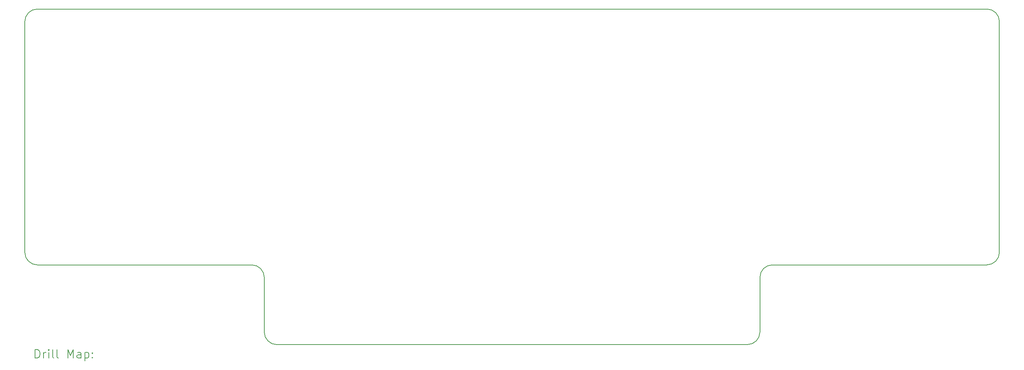
<source format=gbr>
%TF.GenerationSoftware,KiCad,Pcbnew,6.0.7*%
%TF.CreationDate,2022-09-06T10:41:23+02:00*%
%TF.ProjectId,box_o_alps,626f785f-6f5f-4616-9c70-732e6b696361,rev?*%
%TF.SameCoordinates,Original*%
%TF.FileFunction,Drillmap*%
%TF.FilePolarity,Positive*%
%FSLAX45Y45*%
G04 Gerber Fmt 4.5, Leading zero omitted, Abs format (unit mm)*
G04 Created by KiCad (PCBNEW 6.0.7) date 2022-09-06 10:41:23*
%MOMM*%
%LPD*%
G01*
G04 APERTURE LIST*
%ADD10C,0.200000*%
G04 APERTURE END LIST*
D10*
X25320500Y-2433000D02*
G75*
G03*
X25020500Y-2133000I-300000J0D01*
G01*
X2300500Y-2133000D02*
X25020500Y-2133000D01*
X2300500Y-2133000D02*
G75*
G03*
X2000500Y-2433000I0J-300000D01*
G01*
X2000500Y-7963000D02*
X2000500Y-2433000D01*
X2000500Y-7963000D02*
G75*
G03*
X2300500Y-8263000I300000J0D01*
G01*
X7430500Y-8263000D02*
X2300500Y-8263000D01*
X7730500Y-8563000D02*
G75*
G03*
X7430500Y-8263000I-300000J0D01*
G01*
X7730500Y-9873000D02*
X7730500Y-8563000D01*
X7730500Y-9873000D02*
G75*
G03*
X8030500Y-10173000I300000J0D01*
G01*
X19290500Y-10173000D02*
X8030500Y-10173000D01*
X19290500Y-10173000D02*
G75*
G03*
X19590500Y-9873000I0J300000D01*
G01*
X19590500Y-8563000D02*
X19590500Y-9873000D01*
X19890500Y-8263000D02*
G75*
G03*
X19590500Y-8563000I0J-300000D01*
G01*
X25020500Y-8263000D02*
X19890500Y-8263000D01*
X25020500Y-8263000D02*
G75*
G03*
X25320500Y-7963000I0J300000D01*
G01*
X25320500Y-2433000D02*
X25320500Y-7963000D01*
X2248119Y-10493476D02*
X2248119Y-10293476D01*
X2295738Y-10293476D01*
X2324310Y-10303000D01*
X2343357Y-10322048D01*
X2352881Y-10341095D01*
X2362405Y-10379190D01*
X2362405Y-10407762D01*
X2352881Y-10445857D01*
X2343357Y-10464905D01*
X2324310Y-10483952D01*
X2295738Y-10493476D01*
X2248119Y-10493476D01*
X2448119Y-10493476D02*
X2448119Y-10360143D01*
X2448119Y-10398238D02*
X2457643Y-10379190D01*
X2467167Y-10369667D01*
X2486214Y-10360143D01*
X2505262Y-10360143D01*
X2571929Y-10493476D02*
X2571929Y-10360143D01*
X2571929Y-10293476D02*
X2562405Y-10303000D01*
X2571929Y-10312524D01*
X2581452Y-10303000D01*
X2571929Y-10293476D01*
X2571929Y-10312524D01*
X2695738Y-10493476D02*
X2676690Y-10483952D01*
X2667167Y-10464905D01*
X2667167Y-10293476D01*
X2800500Y-10493476D02*
X2781452Y-10483952D01*
X2771929Y-10464905D01*
X2771929Y-10293476D01*
X3029071Y-10493476D02*
X3029071Y-10293476D01*
X3095738Y-10436333D01*
X3162405Y-10293476D01*
X3162405Y-10493476D01*
X3343357Y-10493476D02*
X3343357Y-10388714D01*
X3333833Y-10369667D01*
X3314786Y-10360143D01*
X3276690Y-10360143D01*
X3257643Y-10369667D01*
X3343357Y-10483952D02*
X3324309Y-10493476D01*
X3276690Y-10493476D01*
X3257643Y-10483952D01*
X3248119Y-10464905D01*
X3248119Y-10445857D01*
X3257643Y-10426810D01*
X3276690Y-10417286D01*
X3324309Y-10417286D01*
X3343357Y-10407762D01*
X3438595Y-10360143D02*
X3438595Y-10560143D01*
X3438595Y-10369667D02*
X3457643Y-10360143D01*
X3495738Y-10360143D01*
X3514786Y-10369667D01*
X3524309Y-10379190D01*
X3533833Y-10398238D01*
X3533833Y-10455381D01*
X3524309Y-10474429D01*
X3514786Y-10483952D01*
X3495738Y-10493476D01*
X3457643Y-10493476D01*
X3438595Y-10483952D01*
X3619548Y-10474429D02*
X3629071Y-10483952D01*
X3619548Y-10493476D01*
X3610024Y-10483952D01*
X3619548Y-10474429D01*
X3619548Y-10493476D01*
X3619548Y-10369667D02*
X3629071Y-10379190D01*
X3619548Y-10388714D01*
X3610024Y-10379190D01*
X3619548Y-10369667D01*
X3619548Y-10388714D01*
M02*

</source>
